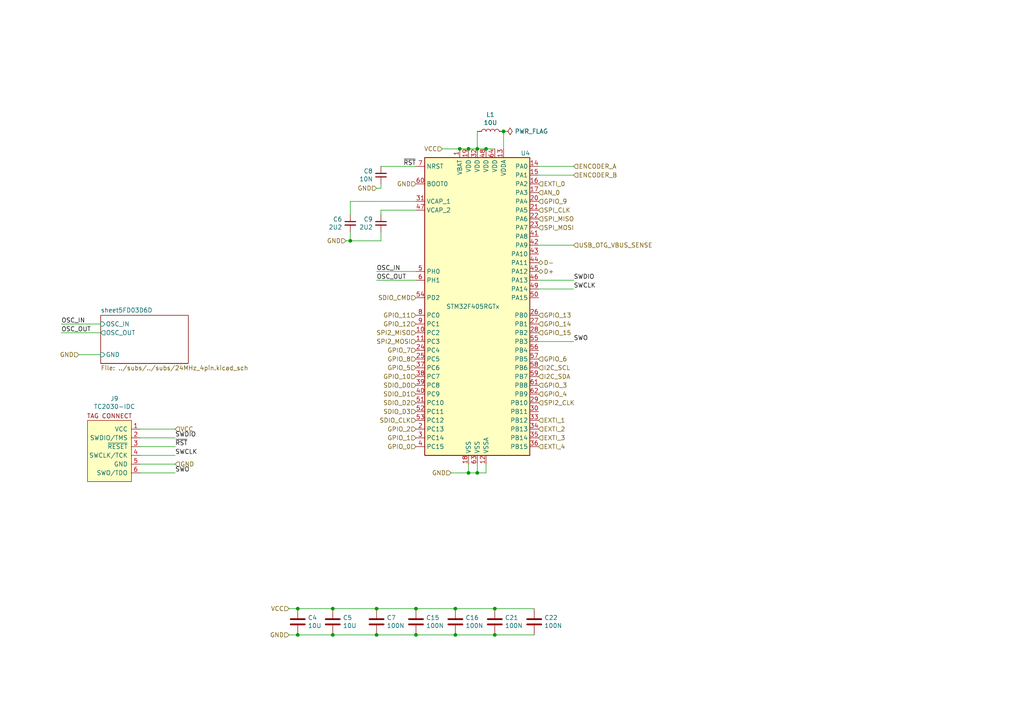
<source format=kicad_sch>
(kicad_sch (version 20211123) (generator eeschema)
  (paper "A4")
  (lib_symbols
    (symbol "Device:C" (pin_numbers hide) (pin_names (offset 0.254))
      (property "Reference" "C" (at 0.635 2.54 0))
      (property "Value" "C" (at 0.635 -2.54 0))
      (symbol "C_0_1"
        (polyline (pts (xy -2.032 -0.762) (xy 2.032 -0.762)) (stroke (width 0.508)))
        (polyline (pts (xy -2.032 0.762) (xy 2.032 0.762)) (stroke (width 0.508)))
      )
      (symbol "C_1_1"
        (pin passive line (at 0 3.81 270) (length 2.794) (name "~") (number "1"))
        (pin passive line (at 0 -3.81 90) (length 2.794) (name "~") (number "2"))
      )
    )
    (symbol "Device:C_Small" (pin_numbers hide) (pin_names (offset 0.254) hide)
      (property "Reference" "C" (at 0.254 1.778 0))
      (property "Value" "C_Small" (at 0.254 -2.032 0))
      (symbol "C_Small_0_1"
        (polyline (pts (xy -1.524 -0.508) (xy 1.524 -0.508)) (stroke (width 0.3302)))
        (polyline (pts (xy -1.524 0.508) (xy 1.524 0.508)) (stroke (width 0.3048)))
      )
      (symbol "C_Small_1_1"
        (pin passive line (at 0 2.54 270) (length 2.032) (name "~") (number "1"))
        (pin passive line (at 0 -2.54 90) (length 2.032) (name "~") (number "2"))
      )
    )
    (symbol "Device:L" (pin_numbers hide) (pin_names (offset 1.016) hide)
      (property "Reference" "L" (at -1.27 0 90))
      (property "Value" "L" (at 1.905 0 90))
      (symbol "L_0_1"
        (arc (start 0 -2.54) (mid 0.635 -1.905) (end 0 -1.27))
        (arc (start 0 -1.27) (mid 0.635 -0.635) (end 0 0))
        (arc (start 0 0) (mid 0.635 0.635) (end 0 1.27))
        (arc (start 0 1.27) (mid 0.635 1.905) (end 0 2.54))
      )
      (symbol "L_1_1"
        (pin passive line (at 0 3.81 270) (length 1.27) (name "1") (number "1"))
        (pin passive line (at 0 -3.81 90) (length 1.27) (name "2") (number "2"))
      )
    )
    (symbol "MCU_ST_STM32F4:STM32F405RGTx"
      (property "Reference" "U" (at -15.24 44.45 0))
      (property "Value" "STM32F405RGTx" (at 10.16 44.45 0))
      (symbol "STM32F405RGTx_0_1"
        (rectangle (start -15.24 -43.18) (end 15.24 43.18) (stroke (width 0.254)) (fill (type background)))
      )
      (symbol "STM32F405RGTx_1_1"
        (pin power_in line (at -5.08 45.72 270) (length 2.54) (name "VBAT") (number "1"))
        (pin bidirectional line (at -17.78 -7.62 0) (length 2.54) (name "PC2") (number "10"))
        (pin bidirectional line (at -17.78 -10.16 0) (length 2.54) (name "PC3") (number "11"))
        (pin power_in line (at 2.54 -45.72 90) (length 2.54) (name "VSSA") (number "12"))
        (pin power_in line (at 7.62 45.72 270) (length 2.54) (name "VDDA") (number "13"))
        (pin bidirectional line (at 17.78 40.64 180) (length 2.54) (name "PA0") (number "14"))
        (pin bidirectional line (at 17.78 38.1 180) (length 2.54) (name "PA1") (number "15"))
        (pin bidirectional line (at 17.78 35.56 180) (length 2.54) (name "PA2") (number "16"))
        (pin bidirectional line (at 17.78 33.02 180) (length 2.54) (name "PA3") (number "17"))
        (pin power_in line (at -2.54 -45.72 90) (length 2.54) (name "VSS") (number "18"))
        (pin power_in line (at -2.54 45.72 270) (length 2.54) (name "VDD") (number "19"))
        (pin bidirectional line (at -17.78 -35.56 0) (length 2.54) (name "PC13") (number "2"))
        (pin bidirectional line (at 17.78 30.48 180) (length 2.54) (name "PA4") (number "20"))
        (pin bidirectional line (at 17.78 27.94 180) (length 2.54) (name "PA5") (number "21"))
        (pin bidirectional line (at 17.78 25.4 180) (length 2.54) (name "PA6") (number "22"))
        (pin bidirectional line (at 17.78 22.86 180) (length 2.54) (name "PA7") (number "23"))
        (pin bidirectional line (at -17.78 -12.7 0) (length 2.54) (name "PC4") (number "24"))
        (pin bidirectional line (at -17.78 -15.24 0) (length 2.54) (name "PC5") (number "25"))
        (pin bidirectional line (at 17.78 -2.54 180) (length 2.54) (name "PB0") (number "26"))
        (pin bidirectional line (at 17.78 -5.08 180) (length 2.54) (name "PB1") (number "27"))
        (pin bidirectional line (at 17.78 -7.62 180) (length 2.54) (name "PB2") (number "28"))
        (pin bidirectional line (at 17.78 -27.94 180) (length 2.54) (name "PB10") (number "29"))
        (pin bidirectional line (at -17.78 -38.1 0) (length 2.54) (name "PC14") (number "3"))
        (pin bidirectional line (at 17.78 -30.48 180) (length 2.54) (name "PB11") (number "30"))
        (pin power_in line (at -17.78 30.48 0) (length 2.54) (name "VCAP_1") (number "31"))
        (pin power_in line (at 0 45.72 270) (length 2.54) (name "VDD") (number "32"))
        (pin bidirectional line (at 17.78 -33.02 180) (length 2.54) (name "PB12") (number "33"))
        (pin bidirectional line (at 17.78 -35.56 180) (length 2.54) (name "PB13") (number "34"))
        (pin bidirectional line (at 17.78 -38.1 180) (length 2.54) (name "PB14") (number "35"))
        (pin bidirectional line (at 17.78 -40.64 180) (length 2.54) (name "PB15") (number "36"))
        (pin bidirectional line (at -17.78 -17.78 0) (length 2.54) (name "PC6") (number "37"))
        (pin bidirectional line (at -17.78 -20.32 0) (length 2.54) (name "PC7") (number "38"))
        (pin bidirectional line (at -17.78 -22.86 0) (length 2.54) (name "PC8") (number "39"))
        (pin bidirectional line (at -17.78 -40.64 0) (length 2.54) (name "PC15") (number "4"))
        (pin bidirectional line (at -17.78 -25.4 0) (length 2.54) (name "PC9") (number "40"))
        (pin bidirectional line (at 17.78 20.32 180) (length 2.54) (name "PA8") (number "41"))
        (pin bidirectional line (at 17.78 17.78 180) (length 2.54) (name "PA9") (number "42"))
        (pin bidirectional line (at 17.78 15.24 180) (length 2.54) (name "PA10") (number "43"))
        (pin bidirectional line (at 17.78 12.7 180) (length 2.54) (name "PA11") (number "44"))
        (pin bidirectional line (at 17.78 10.16 180) (length 2.54) (name "PA12") (number "45"))
        (pin bidirectional line (at 17.78 7.62 180) (length 2.54) (name "PA13") (number "46"))
        (pin power_in line (at -17.78 27.94 0) (length 2.54) (name "VCAP_2") (number "47"))
        (pin power_in line (at 2.54 45.72 270) (length 2.54) (name "VDD") (number "48"))
        (pin bidirectional line (at 17.78 5.08 180) (length 2.54) (name "PA14") (number "49"))
        (pin input line (at -17.78 10.16 0) (length 2.54) (name "PH0") (number "5"))
        (pin bidirectional line (at 17.78 2.54 180) (length 2.54) (name "PA15") (number "50"))
        (pin bidirectional line (at -17.78 -27.94 0) (length 2.54) (name "PC10") (number "51"))
        (pin bidirectional line (at -17.78 -30.48 0) (length 2.54) (name "PC11") (number "52"))
        (pin bidirectional line (at -17.78 -33.02 0) (length 2.54) (name "PC12") (number "53"))
        (pin bidirectional line (at -17.78 2.54 0) (length 2.54) (name "PD2") (number "54"))
        (pin bidirectional line (at 17.78 -10.16 180) (length 2.54) (name "PB3") (number "55"))
        (pin bidirectional line (at 17.78 -12.7 180) (length 2.54) (name "PB4") (number "56"))
        (pin bidirectional line (at 17.78 -15.24 180) (length 2.54) (name "PB5") (number "57"))
        (pin bidirectional line (at 17.78 -17.78 180) (length 2.54) (name "PB6") (number "58"))
        (pin bidirectional line (at 17.78 -20.32 180) (length 2.54) (name "PB7") (number "59"))
        (pin input line (at -17.78 7.62 0) (length 2.54) (name "PH1") (number "6"))
        (pin input line (at -17.78 35.56 0) (length 2.54) (name "BOOT0") (number "60"))
        (pin bidirectional line (at 17.78 -22.86 180) (length 2.54) (name "PB8") (number "61"))
        (pin bidirectional line (at 17.78 -25.4 180) (length 2.54) (name "PB9") (number "62"))
        (pin power_in line (at 0 -45.72 90) (length 2.54) (name "VSS") (number "63"))
        (pin power_in line (at 5.08 45.72 270) (length 2.54) (name "VDD") (number "64"))
        (pin input line (at -17.78 40.64 0) (length 2.54) (name "NRST") (number "7"))
        (pin bidirectional line (at -17.78 -2.54 0) (length 2.54) (name "PC0") (number "8"))
        (pin bidirectional line (at -17.78 -5.08 0) (length 2.54) (name "PC1") (number "9"))
      )
    )
    (symbol "power:PWR_FLAG" (power) (pin_numbers hide) (pin_names (offset 0) hide)
      (property "Value" "PWR_FLAG" (at 0 3.81 0))
      (symbol "PWR_FLAG_0_0"
        (pin power_out line (at 0 0 90) (length 0) (name "pwr") (number "1"))
      )
      (symbol "PWR_FLAG_0_1"
        (polyline (pts (xy 0 0) (xy 0 1.27) (xy -1.016 1.905) (xy 0 2.54) (xy 1.016 1.905) (xy 0 1.27)))
      )
    )
    (symbol "william_connectors:TC2030-IDC" (pin_names (offset 1.016))
      (property "Reference" "J" (at 10.16 -8.89 0))
      (property "Value" "TC2030-IDC" (at 1.27 -10.16 0))
      (symbol "TC2030-IDC_0_0"
        (text "TAG CONNECT" (at 1.27 10.16 0) (effects (font (size 1.27 1.27))))
      )
      (symbol "TC2030-IDC_0_1"
        (rectangle (start -5.08 -8.89) (end 7.62 8.89) (fill (type background)))
      )
      (symbol "TC2030-IDC_1_1"
        (pin power_in line (at -7.62 6.35 0) (length 2.54) (name "VCC") (number "1"))
        (pin bidirectional line (at -7.62 3.81 0) (length 2.54) (name "SWDIO/TMS") (number "2"))
        (pin output line (at -7.62 1.27 0) (length 2.54) (name "~{RESET}") (number "3"))
        (pin output line (at -7.62 -1.27 0) (length 2.54) (name "SWCLK/TCK") (number "4"))
        (pin power_in line (at -7.62 -3.81 0) (length 2.54) (name "GND") (number "5"))
        (pin input line (at -7.62 -6.35 0) (length 2.54) (name "SWO/TDO") (number "6"))
      )
    )
  )
  (junction (at 96.52 176.53))
  (junction (at 86.36 176.53))
  (junction (at 135.89 43.18))
  (junction (at 101.6 69.85))
  (junction (at 143.51 176.53))
  (junction (at 109.22 176.53))
  (junction (at 146.05 38.1))
  (junction (at 86.36 184.15))
  (junction (at 140.97 43.18))
  (junction (at 138.43 43.18))
  (junction (at 132.08 176.53))
  (junction (at 132.08 184.15))
  (junction (at 143.51 184.15))
  (junction (at 133.35 43.18))
  (junction (at 138.43 137.16))
  (junction (at 96.52 184.15))
  (junction (at 135.89 137.16))
  (junction (at 120.65 176.53))
  (junction (at 120.65 184.15))
  (junction (at 109.22 184.15))
  (wire (pts (xy 138.43 43.18) (xy 140.97 43.18)))
  (wire (pts (xy 120.65 176.53) (xy 132.08 176.53)))
  (wire (pts (xy 138.43 137.16) (xy 140.97 137.16)))
  (wire (pts (xy 140.97 137.16) (xy 140.97 134.62)))
  (wire (pts (xy 135.89 43.18) (xy 138.43 43.18)))
  (wire (pts (xy 120.65 48.26) (xy 110.49 48.26)))
  (wire (pts (xy 50.8 124.46) (xy 40.64 124.46)))
  (wire (pts (xy 109.22 54.61) (xy 110.49 54.61)))
  (wire (pts (xy 132.08 184.15) (xy 143.51 184.15)))
  (wire (pts (xy 110.49 60.96) (xy 120.65 60.96)))
  (wire (pts (xy 138.43 38.1) (xy 138.43 43.18)))
  (wire (pts (xy 132.08 176.53) (xy 143.51 176.53)))
  (wire (pts (xy 135.89 134.62) (xy 135.89 137.16)))
  (wire (pts (xy 166.37 83.82) (xy 156.21 83.82)))
  (wire (pts (xy 40.64 129.54) (xy 50.8 129.54)))
  (wire (pts (xy 109.22 81.28) (xy 120.65 81.28)))
  (wire (pts (xy 110.49 54.61) (xy 110.49 53.34)))
  (wire (pts (xy 109.22 78.74) (xy 120.65 78.74)))
  (wire (pts (xy 17.78 96.52) (xy 29.21 96.52)))
  (wire (pts (xy 109.22 184.15) (xy 120.65 184.15)))
  (wire (pts (xy 110.49 62.23) (xy 110.49 60.96)))
  (wire (pts (xy 101.6 69.85) (xy 110.49 69.85)))
  (wire (pts (xy 100.33 69.85) (xy 101.6 69.85)))
  (wire (pts (xy 22.86 102.87) (xy 29.21 102.87)))
  (wire (pts (xy 135.89 137.16) (xy 138.43 137.16)))
  (wire (pts (xy 143.51 184.15) (xy 154.94 184.15)))
  (wire (pts (xy 40.64 134.62) (xy 50.8 134.62)))
  (wire (pts (xy 101.6 67.31) (xy 101.6 69.85)))
  (wire (pts (xy 120.65 184.15) (xy 132.08 184.15)))
  (wire (pts (xy 96.52 176.53) (xy 109.22 176.53)))
  (wire (pts (xy 50.8 127) (xy 40.64 127)))
  (wire (pts (xy 166.37 48.26) (xy 156.21 48.26)))
  (wire (pts (xy 86.36 184.15) (xy 96.52 184.15)))
  (wire (pts (xy 133.35 43.18) (xy 135.89 43.18)))
  (wire (pts (xy 101.6 62.23) (xy 101.6 58.42)))
  (wire (pts (xy 166.37 99.06) (xy 156.21 99.06)))
  (wire (pts (xy 109.22 176.53) (xy 120.65 176.53)))
  (wire (pts (xy 40.64 132.08) (xy 50.8 132.08)))
  (wire (pts (xy 146.05 43.18) (xy 146.05 38.1)))
  (wire (pts (xy 166.37 50.8) (xy 156.21 50.8)))
  (wire (pts (xy 86.36 176.53) (xy 96.52 176.53)))
  (wire (pts (xy 130.81 137.16) (xy 135.89 137.16)))
  (wire (pts (xy 110.49 67.31) (xy 110.49 69.85)))
  (wire (pts (xy 128.27 43.18) (xy 133.35 43.18)))
  (wire (pts (xy 50.8 137.16) (xy 40.64 137.16)))
  (wire (pts (xy 166.37 71.12) (xy 156.21 71.12)))
  (wire (pts (xy 17.78 93.98) (xy 29.21 93.98)))
  (wire (pts (xy 83.82 176.53) (xy 86.36 176.53)))
  (wire (pts (xy 138.43 134.62) (xy 138.43 137.16)))
  (wire (pts (xy 101.6 58.42) (xy 120.65 58.42)))
  (wire (pts (xy 140.97 43.18) (xy 143.51 43.18)))
  (wire (pts (xy 143.51 176.53) (xy 154.94 176.53)))
  (wire (pts (xy 166.37 81.28) (xy 156.21 81.28)))
  (wire (pts (xy 83.82 184.15) (xy 86.36 184.15)))
  (wire (pts (xy 96.52 184.15) (xy 109.22 184.15)))
  (label "OSC_OUT" (at 17.78 96.52 0))
  (label "~{RST}" (at 120.65 48.26 180))
  (label "SWO" (at 166.37 99.06 0))
  (label "SWDIO" (at 50.8 127 0))
  (label "OSC_OUT" (at 109.22 81.28 0))
  (label "OSC_IN" (at 109.22 78.74 0))
  (label "SWCLK" (at 50.8 132.08 0))
  (label "SWDIO" (at 166.37 81.28 0))
  (label "OSC_IN" (at 17.78 93.98 0))
  (label "~{RST}" (at 50.8 129.54 0))
  (label "SWCLK" (at 166.37 83.82 0))
  (label "SWO" (at 50.8 137.16 0))
  (hierarchical_label "GPIO_2" (shape input) (at 120.65 124.46 180))
  (hierarchical_label "GPIO_6" (shape input) (at 156.21 104.14 0))
  (hierarchical_label "AN_0" (shape input) (at 156.21 55.88 0))
  (hierarchical_label "EXTI_0" (shape input) (at 156.21 53.34 0))
  (hierarchical_label "EXTI_1" (shape input) (at 156.21 121.92 0))
  (hierarchical_label "EXTI_3" (shape input) (at 156.21 127 0))
  (hierarchical_label "SDIO_D1" (shape input) (at 120.65 114.3 180))
  (hierarchical_label "GPIO_15" (shape input) (at 156.21 96.52 0))
  (hierarchical_label "GPIO_3" (shape input) (at 156.21 111.76 0))
  (hierarchical_label "SDIO_D3" (shape input) (at 120.65 119.38 180))
  (hierarchical_label "ENCODER_A" (shape input) (at 166.37 48.26 0))
  (hierarchical_label "GPIO_13" (shape input) (at 156.21 91.44 0))
  (hierarchical_label "SPI_MISO" (shape input) (at 156.21 63.5 0))
  (hierarchical_label "GPIO_12" (shape input) (at 120.65 93.98 180))
  (hierarchical_label "GND" (shape input) (at 130.81 137.16 180))
  (hierarchical_label "GND" (shape input) (at 100.33 69.85 180))
  (hierarchical_label "GND" (shape input) (at 120.65 53.34 180))
  (hierarchical_label "GND" (shape input) (at 22.86 102.87 180))
  (hierarchical_label "SPI2_CLK" (shape input) (at 156.21 116.84 0))
  (hierarchical_label "VCC" (shape input) (at 128.27 43.18 180))
  (hierarchical_label "GPIO_1" (shape input) (at 120.65 127 180))
  (hierarchical_label "SPI_CLK" (shape input) (at 156.21 60.96 0))
  (hierarchical_label "GPIO_4" (shape input) (at 156.21 114.3 0))
  (hierarchical_label "GPIO_14" (shape input) (at 156.21 93.98 0))
  (hierarchical_label "EXTI_4" (shape input) (at 156.21 129.54 0))
  (hierarchical_label "GPIO_11" (shape input) (at 120.65 91.44 180))
  (hierarchical_label "VCC" (shape input) (at 50.8 124.46 0))
  (hierarchical_label "GPIO_10" (shape input) (at 120.65 109.22 180))
  (hierarchical_label "SPI_MOSI" (shape input) (at 156.21 66.04 0))
  (hierarchical_label "USB_OTG_VBUS_SENSE" (shape input) (at 166.37 71.12 0))
  (hierarchical_label "SDIO_CMD" (shape input) (at 120.65 86.36 180))
  (hierarchical_label "GND" (shape input) (at 50.8 134.62 0))
  (hierarchical_label "SDIO_CLK" (shape input) (at 120.65 121.92 180))
  (hierarchical_label "SPI2_MISO" (shape input) (at 120.65 96.52 180))
  (hierarchical_label "I2C_SDA" (shape input) (at 156.21 109.22 0))
  (hierarchical_label "I2C_SCL" (shape input) (at 156.21 106.68 0))
  (hierarchical_label "SDIO_D0" (shape input) (at 120.65 111.76 180))
  (hierarchical_label "VCC" (shape input) (at 83.82 176.53 180))
  (hierarchical_label "GND" (shape input) (at 109.22 54.61 180))
  (hierarchical_label "GPIO_9" (shape input) (at 156.21 58.42 0))
  (hierarchical_label "D-" (shape bidirectional) (at 156.21 76.2 0))
  (hierarchical_label "SDIO_D2" (shape input) (at 120.65 116.84 180))
  (hierarchical_label "GPIO_7" (shape input) (at 120.65 101.6 180))
  (hierarchical_label "D+" (shape bidirectional) (at 156.21 78.74 0))
  (hierarchical_label "EXTI_2" (shape input) (at 156.21 124.46 0))
  (hierarchical_label "GND" (shape input) (at 83.82 184.15 180))
  (hierarchical_label "SPI2_MOSI" (shape input) (at 120.65 99.06 180))
  (hierarchical_label "ENCODER_B" (shape input) (at 166.37 50.8 0))
  (hierarchical_label "GPIO_8" (shape input) (at 120.65 104.14 180))
  (hierarchical_label "GPIO_5" (shape input) (at 120.65 106.68 180))
  (hierarchical_label "GPIO_0" (shape input) (at 120.65 129.54 180))
  (symbol (lib_id "MCU_ST_STM32F4:STM32F405RGTx") (at 138.43 88.9 0) (unit 1)
    (property "Reference" "U4" (at 152.4 44.45 0))
    (property "Value" "STM32F405RGTx" (at 137.16 88.9 0))
    (property "Footprint" "Package_QFP:LQFP-64_10x10mm_P0.5mm" (effects hide))
    (property "Datasheet" "http://www.st.com/st-web-ui/static/active/en/resource/technical/document/datasheet/DM00037051.pdf" (effects hide))
  )
  (symbol (lib_id "Device:C_Small") (at 110.49 64.77 0) (mirror y) (unit 1)
    (property "Reference" "C9" (at 108.1532 63.6016 0) (effects (justify left)))
    (property "Value" "2U2" (at 108.1532 65.913 0) (effects (justify left)))
    (property "Footprint" "Capacitor_SMD:C_0805_2012Metric" (effects hide))
  )
  (symbol (lib_id "Device:C") (at 96.52 180.34 0) (unit 1)
    (property "Reference" "C5" (at 99.441 179.1716 0) (effects (justify left)))
    (property "Value" "10U" (at 99.441 181.483 0) (effects (justify left)))
    (property "Footprint" "Capacitor_SMD:C_0805_2012Metric" (effects hide))
  )
  (symbol (lib_id "Device:C") (at 109.22 180.34 0) (unit 1)
    (property "Reference" "C7" (at 112.141 179.1716 0) (effects (justify left)))
    (property "Value" "100N" (at 112.141 181.483 0) (effects (justify left)))
    (property "Footprint" "Capacitor_SMD:C_0603_1608Metric" (effects hide))
  )
  (symbol (lib_id "Device:C") (at 86.36 180.34 0) (unit 1)
    (property "Reference" "C4" (at 89.281 179.1716 0) (effects (justify left)))
    (property "Value" "10U" (at 89.281 181.483 0) (effects (justify left)))
    (property "Footprint" "Capacitor_SMD:C_0805_2012Metric" (effects hide))
  )
  (symbol (lib_id "Device:C_Small") (at 110.49 50.8 0) (mirror x) (unit 1)
    (property "Reference" "C8" (at 108.1532 49.6316 0) (effects (justify right)))
    (property "Value" "10N" (at 108.1532 51.943 0) (effects (justify right)))
    (property "Footprint" "Capacitor_SMD:C_0402_1005Metric" (effects hide))
  )
  (symbol (lib_id "Device:C") (at 120.65 180.34 0) (unit 1)
    (property "Reference" "C15" (at 123.571 179.1716 0) (effects (justify left)))
    (property "Value" "100N" (at 123.571 181.483 0) (effects (justify left)))
    (property "Footprint" "Capacitor_SMD:C_0603_1608Metric" (effects hide))
  )
  (symbol (lib_id "Device:C") (at 132.08 180.34 0) (unit 1)
    (property "Reference" "C16" (at 135.001 179.1716 0) (effects (justify left)))
    (property "Value" "100N" (at 135.001 181.483 0) (effects (justify left)))
    (property "Footprint" "Capacitor_SMD:C_0603_1608Metric" (effects hide))
  )
  (symbol (lib_id "Device:C") (at 143.51 180.34 0) (unit 1)
    (property "Reference" "C21" (at 146.431 179.1716 0) (effects (justify left)))
    (property "Value" "100N" (at 146.431 181.483 0) (effects (justify left)))
    (property "Footprint" "Capacitor_SMD:C_0603_1608Metric" (effects hide))
  )
  (symbol (lib_id "Device:C") (at 154.94 180.34 0) (unit 1)
    (property "Reference" "C22" (at 157.861 179.1716 0) (effects (justify left)))
    (property "Value" "100N" (at 157.861 181.483 0) (effects (justify left)))
    (property "Footprint" "Capacitor_SMD:C_0603_1608Metric" (effects hide))
  )
  (symbol (lib_id "Device:C_Small") (at 101.6 64.77 0) (mirror y) (unit 1)
    (property "Reference" "C6" (at 99.2632 63.6016 0) (effects (justify left)))
    (property "Value" "2U2" (at 99.2632 65.913 0) (effects (justify left)))
    (property "Footprint" "Capacitor_SMD:C_0805_2012Metric" (effects hide))
  )
  (symbol (lib_id "william_connectors:TC2030-IDC") (at 33.02 130.81 0) (mirror y) (unit 1)
    (property "Reference" "J9" (at 33.1978 115.6208 0))
    (property "Value" "TC2030-IDC" (at 33.1978 117.9322 0))
    (property "Footprint" "Connector:Tag-Connect_TC2030-IDC-FP_2x03_P1.27mm_Vertical" (effects hide))
    (property "Datasheet" "http://www.tag-connect.com/Materials/TC2030-IDC.pdf" (effects hide))
  )
  (symbol (lib_id "Device:L") (at 142.24 38.1 90) (unit 1)
    (property "Reference" "L1" (at 142.24 33.274 90))
    (property "Value" "10U" (at 142.24 35.5854 90))
    (property "Footprint" "Inductor_SMD:L_0603_1608Metric" (effects hide))
    (property "MPN" "AIML-0603-100K-T" (effects hide))
  )
  (symbol (lib_id "power:PWR_FLAG") (at 146.05 38.1 270) (unit 1)
    (property "Reference" "#FLG0104" (effects hide))
    (property "Value" "PWR_FLAG" (at 149.3012 38.1 90) (effects (justify left)))
  )
  (sheet (at 29.21 91.44) (size 25.4 13.97)
    (property "Sheet name" "sheet5FD03D6D" (at 29.21 90.7284 0) (effects (justify left bottom)))
    (property "Sheet file" "../subs/../subs/24MHz_4pin.kicad_sch" (at 29.21 105.9946 0) (effects (justify left top)))
    (pin "GND" input (at 29.21 102.87 180))
    (pin "OSC_IN" input (at 29.21 93.98 180))
    (pin "OSC_OUT" output (at 29.21 96.52 180))
  )
)
</source>
